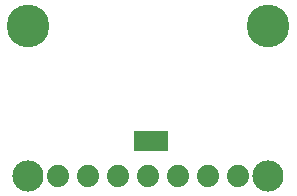
<source format=gbr>
G04 EAGLE Gerber RS-274X export*
G75*
%MOMM*%
%FSLAX34Y34*%
%LPD*%
%INSoldermask Bottom*%
%IPPOS*%
%AMOC8*
5,1,8,0,0,1.08239X$1,22.5*%
G01*
%ADD10C,2.641600*%
%ADD11C,3.617600*%
%ADD12R,2.921000X1.651000*%
%ADD13C,1.879600*%


D10*
X25400Y25400D03*
X228600Y25400D03*
D11*
X25400Y152400D03*
X228600Y152400D03*
D12*
X129540Y54610D03*
D13*
X50800Y25400D03*
X76200Y25400D03*
X101600Y25400D03*
X127000Y25400D03*
X152400Y25400D03*
X177800Y25400D03*
X203200Y25400D03*
M02*

</source>
